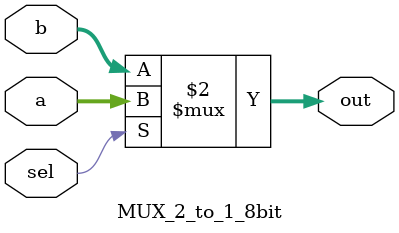
<source format=sv>
`timescale 1ns / 1ps


module MUX_2_to_1_8bit(
    input  logic [7:0] a,b,
    input  logic sel,
    output logic [7:0] out
    );

    assign out = (sel == 1'b1) ? a : b;
endmodule

</source>
